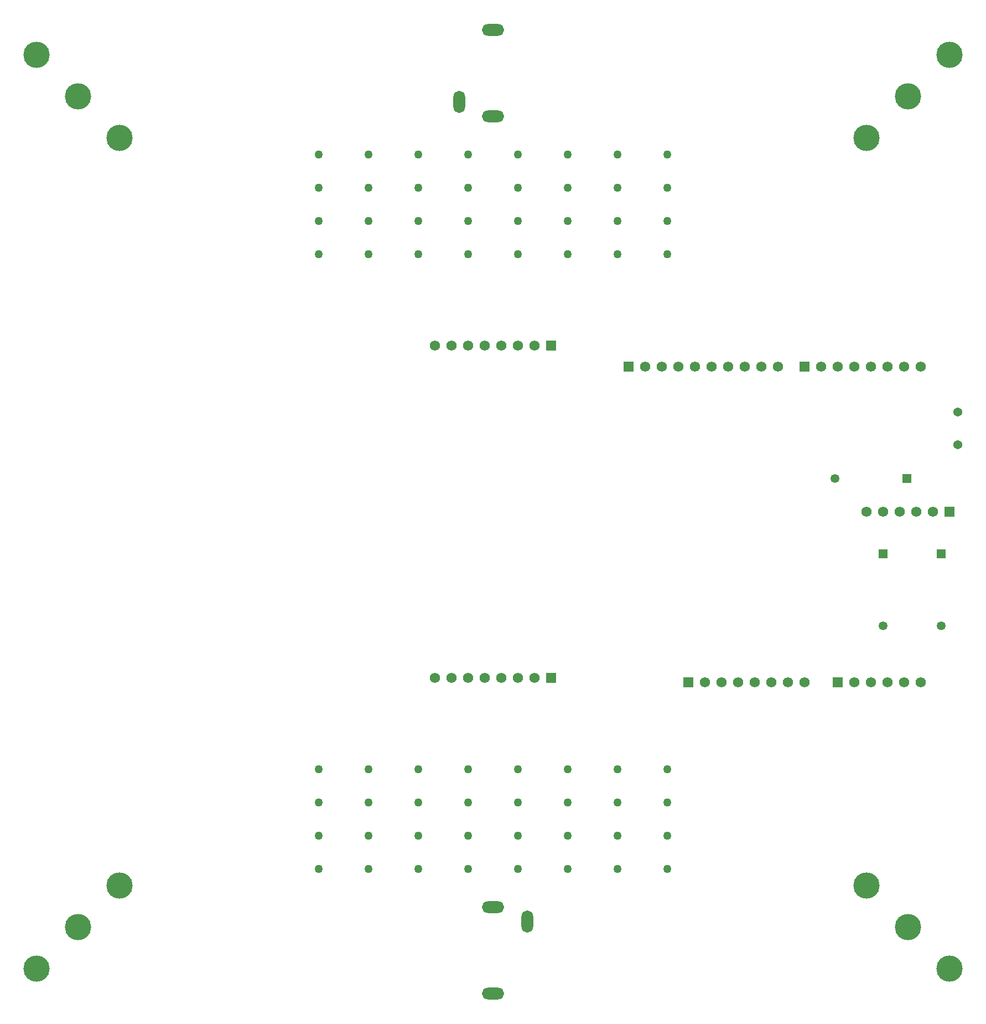
<source format=gbr>
%TF.GenerationSoftware,Altium Limited,Altium Designer,24.0.1 (36)*%
G04 Layer_Color=16711935*
%FSLAX45Y45*%
%MOMM*%
%TF.SameCoordinates,866D2BB3-0181-4888-B1A9-34DB4857F756*%
%TF.FilePolarity,Negative*%
%TF.FileFunction,Soldermask,Bot*%
%TF.Part,Single*%
G01*
G75*
%TA.AperFunction,ComponentPad*%
%ADD11C,1.27000*%
%ADD14R,1.35000X1.35000*%
%ADD15C,1.35000*%
%ADD16C,1.37160*%
%ADD17R,1.35000X1.35000*%
%ADD30R,1.57320X1.57320*%
%ADD31C,1.57320*%
%TA.AperFunction,WasherPad*%
%ADD32C,4.01320*%
%TA.AperFunction,ComponentPad*%
%ADD33O,3.40320X1.80320*%
%ADD34O,1.80320X3.40320*%
D11*
X-381000Y-5461000D02*
D03*
Y-4953000D02*
D03*
Y-4445000D02*
D03*
Y-3937000D02*
D03*
X-2667000D02*
D03*
Y-4445000D02*
D03*
Y-4953000D02*
D03*
Y-5461000D02*
D03*
X-1143000D02*
D03*
Y-4953000D02*
D03*
Y-4445000D02*
D03*
Y-3937000D02*
D03*
X-1905000Y-5461000D02*
D03*
Y-4953000D02*
D03*
Y-4445000D02*
D03*
Y-3937000D02*
D03*
X2667000Y5461000D02*
D03*
Y4953000D02*
D03*
Y4445000D02*
D03*
Y3937000D02*
D03*
X1905000Y5461000D02*
D03*
Y4953000D02*
D03*
Y4445000D02*
D03*
Y3937000D02*
D03*
X1143000Y5461000D02*
D03*
Y4953000D02*
D03*
Y4445000D02*
D03*
Y3937000D02*
D03*
X381000Y5461000D02*
D03*
Y4953000D02*
D03*
Y4445000D02*
D03*
Y3937000D02*
D03*
X-381000Y5461000D02*
D03*
Y4953000D02*
D03*
Y4445000D02*
D03*
Y3937000D02*
D03*
X-1143000Y5461000D02*
D03*
Y4953000D02*
D03*
Y4445000D02*
D03*
Y3937000D02*
D03*
X-1905000Y5461000D02*
D03*
Y4953000D02*
D03*
Y4445000D02*
D03*
Y3937000D02*
D03*
X-2667000Y5461000D02*
D03*
Y4953000D02*
D03*
Y4445000D02*
D03*
Y3937000D02*
D03*
X1905000Y-5461000D02*
D03*
Y-4953000D02*
D03*
Y-4445000D02*
D03*
Y-3937000D02*
D03*
X381000Y-5461000D02*
D03*
Y-4953000D02*
D03*
Y-4445000D02*
D03*
Y-3937000D02*
D03*
X1143000Y-5461000D02*
D03*
Y-4953000D02*
D03*
Y-4445000D02*
D03*
Y-3937000D02*
D03*
X2667000Y-5461000D02*
D03*
Y-4953000D02*
D03*
Y-4445000D02*
D03*
Y-3937000D02*
D03*
D14*
X6858000Y-643800D02*
D03*
X5969000D02*
D03*
D15*
X6858000Y-1743800D02*
D03*
X5969000D02*
D03*
X5228500Y508000D02*
D03*
D16*
X7112000Y1024000D02*
D03*
Y1524000D02*
D03*
D17*
X6328500Y508000D02*
D03*
D30*
X889000Y2540000D02*
D03*
Y-2540000D02*
D03*
X2984499Y-2603499D02*
D03*
X2070099Y2222501D02*
D03*
X5270499Y-2603499D02*
D03*
X6985000Y0D02*
D03*
X4762499Y2222501D02*
D03*
D31*
X635000Y2540000D02*
D03*
X381000D02*
D03*
X127000D02*
D03*
X-127000D02*
D03*
X-381000D02*
D03*
X-635000D02*
D03*
X-889000D02*
D03*
Y-2540000D02*
D03*
X-635000D02*
D03*
X-381000D02*
D03*
X-127000D02*
D03*
X127000D02*
D03*
X381000D02*
D03*
X635000D02*
D03*
X4762499Y-2603499D02*
D03*
X4508499D02*
D03*
X4254499D02*
D03*
X4000499D02*
D03*
X3746499D02*
D03*
X3492499D02*
D03*
X3238499D02*
D03*
X4356099Y2222501D02*
D03*
X4102099D02*
D03*
X3848099D02*
D03*
X3594099D02*
D03*
X3340099D02*
D03*
X3086099D02*
D03*
X2832099D02*
D03*
X2578099D02*
D03*
X2324099D02*
D03*
X6540499Y-2603499D02*
D03*
X6286499D02*
D03*
X6032499D02*
D03*
X5778499D02*
D03*
X5524499D02*
D03*
X6731000Y0D02*
D03*
X6477000D02*
D03*
X6223000D02*
D03*
X5969000D02*
D03*
X5715000D02*
D03*
X6540499Y2222501D02*
D03*
X6286499D02*
D03*
X6032499D02*
D03*
X5778499D02*
D03*
X5524499D02*
D03*
X5270499D02*
D03*
X5016499D02*
D03*
D32*
X-6985000Y6985000D02*
D03*
X6985000D02*
D03*
Y-6985000D02*
D03*
X-6985000D02*
D03*
X-6350000Y-6350000D02*
D03*
X6350000D02*
D03*
Y6350000D02*
D03*
X-6350000D02*
D03*
X-5715000Y5715000D02*
D03*
X5715000D02*
D03*
Y-5715000D02*
D03*
X-5715000D02*
D03*
D33*
X0Y-7366000D02*
D03*
Y-6046000D02*
D03*
Y7366000D02*
D03*
Y6046000D02*
D03*
D34*
X520000Y-6266000D02*
D03*
X-520000Y6266000D02*
D03*
%TF.MD5,0d3d10075fb1b2e9e76f6b56cc78974d*%
M02*

</source>
